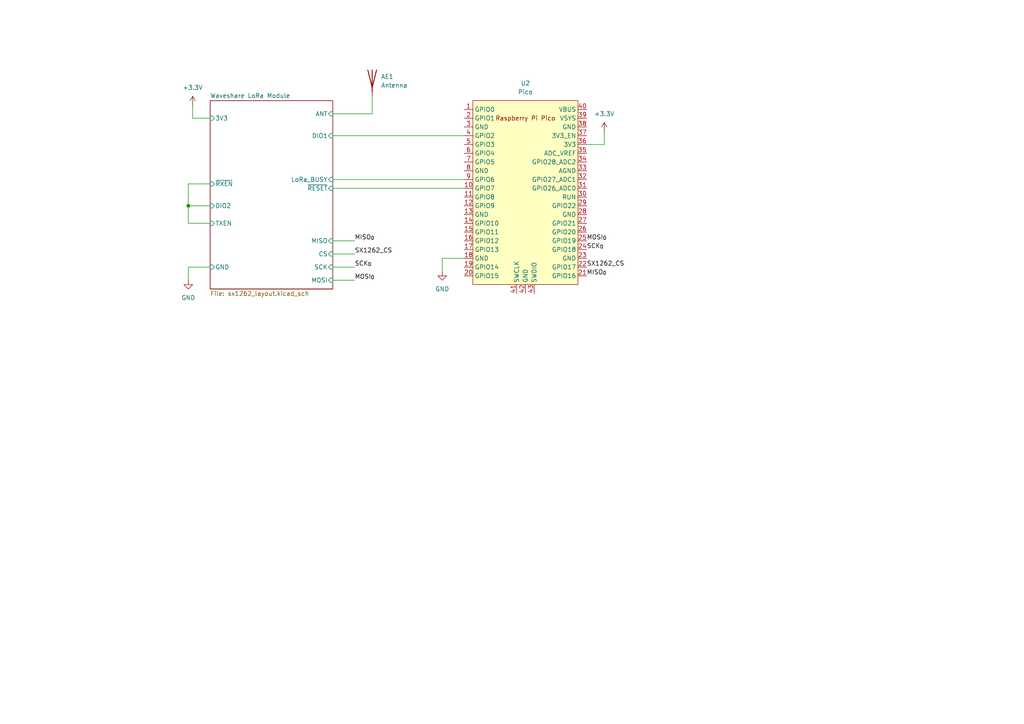
<source format=kicad_sch>
(kicad_sch (version 20250114) (generator "eeschema") (generator_version "9.0")
  (paper "A4")
  (lib_symbols
    (symbol "Device:Antenna" (pin_numbers (hide yes)) (pin_names (offset 1.016) (hide yes))
      (property "Reference" "AE" (at -1.905 1.905 0))
      (property "Value" "Antenna" (at -1.905 0 0))
      (symbol "Antenna_0_1"
        (polyline (pts (xy 0 2.54) (xy 0 -3.81)) (stroke (width 0.254)))
        (polyline (pts (xy 1.27 2.54) (xy 0 -2.54) (xy -1.27 2.54)) (stroke (width 0.254)))
      )
      (symbol "Antenna_1_1"
        (pin input line (at 0 -5.08 90) (length 2.54) (name "A") (number "1"))
      )
    )
    (symbol "MCU_RaspberryPi_and_Boards:Pico"
      (property "Reference" "U" (at -13.97 27.94 0))
      (property "Value" "Pico" (at 0 19.05 0))
      (symbol "Pico_0_0"
        (text "Raspberry Pi Pico" (at 0 21.59 0) (effects (font (size 1.27 1.27))))
      )
      (symbol "Pico_0_1"
        (rectangle (start -15.24 26.67) (end 15.24 -26.67) (fill (type background)))
      )
      (symbol "Pico_1_1"
        (pin bidirectional line (at -17.78 24.13 0) (length 2.54) (name "GPIO0") (number "1"))
        (pin bidirectional line (at -17.78 21.59 0) (length 2.54) (name "GPIO1") (number "2"))
        (pin power_in line (at -17.78 19.05 0) (length 2.54) (name "GND") (number "3"))
        (pin bidirectional line (at -17.78 16.51 0) (length 2.54) (name "GPIO2") (number "4"))
        (pin bidirectional line (at -17.78 13.97 0) (length 2.54) (name "GPIO3") (number "5"))
        (pin bidirectional line (at -17.78 11.43 0) (length 2.54) (name "GPIO4") (number "6"))
        (pin bidirectional line (at -17.78 8.89 0) (length 2.54) (name "GPIO5") (number "7"))
        (pin power_in line (at -17.78 6.35 0) (length 2.54) (name "GND") (number "8"))
        (pin bidirectional line (at -17.78 3.81 0) (length 2.54) (name "GPIO6") (number "9"))
        (pin bidirectional line (at -17.78 1.27 0) (length 2.54) (name "GPIO7") (number "10"))
        (pin bidirectional line (at -17.78 -1.27 0) (length 2.54) (name "GPIO8") (number "11"))
        (pin bidirectional line (at -17.78 -3.81 0) (length 2.54) (name "GPIO9") (number "12"))
        (pin power_in line (at -17.78 -6.35 0) (length 2.54) (name "GND") (number "13"))
        (pin bidirectional line (at -17.78 -8.89 0) (length 2.54) (name "GPIO10") (number "14"))
        (pin bidirectional line (at -17.78 -11.43 0) (length 2.54) (name "GPIO11") (number "15"))
        (pin bidirectional line (at -17.78 -13.97 0) (length 2.54) (name "GPIO12") (number "16"))
        (pin bidirectional line (at -17.78 -16.51 0) (length 2.54) (name "GPIO13") (number "17"))
        (pin power_in line (at -17.78 -19.05 0) (length 2.54) (name "GND") (number "18"))
        (pin bidirectional line (at -17.78 -21.59 0) (length 2.54) (name "GPIO14") (number "19"))
        (pin bidirectional line (at -17.78 -24.13 0) (length 2.54) (name "GPIO15") (number "20"))
        (pin input line (at -2.54 -29.21 90) (length 2.54) (name "SWCLK") (number "41"))
        (pin power_in line (at 0 -29.21 90) (length 2.54) (name "GND") (number "42"))
        (pin bidirectional line (at 2.54 -29.21 90) (length 2.54) (name "SWDIO") (number "43"))
        (pin power_in line (at 17.78 24.13 180) (length 2.54) (name "VBUS") (number "40"))
        (pin power_in line (at 17.78 21.59 180) (length 2.54) (name "VSYS") (number "39"))
        (pin bidirectional line (at 17.78 19.05 180) (length 2.54) (name "GND") (number "38"))
        (pin input line (at 17.78 16.51 180) (length 2.54) (name "3V3_EN") (number "37"))
        (pin power_in line (at 17.78 13.97 180) (length 2.54) (name "3V3") (number "36"))
        (pin power_in line (at 17.78 11.43 180) (length 2.54) (name "ADC_VREF") (number "35"))
        (pin bidirectional line (at 17.78 8.89 180) (length 2.54) (name "GPIO28_ADC2") (number "34"))
        (pin power_in line (at 17.78 6.35 180) (length 2.54) (name "AGND") (number "33"))
        (pin bidirectional line (at 17.78 3.81 180) (length 2.54) (name "GPIO27_ADC1") (number "32"))
        (pin bidirectional line (at 17.78 1.27 180) (length 2.54) (name "GPIO26_ADC0") (number "31"))
        (pin input line (at 17.78 -1.27 180) (length 2.54) (name "RUN") (number "30"))
        (pin bidirectional line (at 17.78 -3.81 180) (length 2.54) (name "GPIO22") (number "29"))
        (pin power_in line (at 17.78 -6.35 180) (length 2.54) (name "GND") (number "28"))
        (pin bidirectional line (at 17.78 -8.89 180) (length 2.54) (name "GPIO21") (number "27"))
        (pin bidirectional line (at 17.78 -11.43 180) (length 2.54) (name "GPIO20") (number "26"))
        (pin bidirectional line (at 17.78 -13.97 180) (length 2.54) (name "GPIO19") (number "25"))
        (pin bidirectional line (at 17.78 -16.51 180) (length 2.54) (name "GPIO18") (number "24"))
        (pin power_in line (at 17.78 -19.05 180) (length 2.54) (name "GND") (number "23"))
        (pin bidirectional line (at 17.78 -21.59 180) (length 2.54) (name "GPIO17") (number "22"))
        (pin bidirectional line (at 17.78 -24.13 180) (length 2.54) (name "GPIO16") (number "21"))
      )
    )
    (symbol "power:+3.3V" (power) (pin_numbers (hide yes)) (pin_names (offset 0) (hide yes))
      (property "Value" "+3.3V" (at 0 3.556 0))
      (symbol "+3.3V_0_1"
        (polyline (pts (xy -0.762 1.27) (xy 0 2.54)))
        (polyline (pts (xy 0 2.54) (xy 0.762 1.27)))
        (polyline (pts (xy 0 0) (xy 0 2.54)))
      )
      (symbol "+3.3V_1_1"
        (pin power_in line (at 0 0 90) (length 0) (name "~") (number "1"))
      )
    )
    (symbol "power:GND" (power) (pin_numbers (hide yes)) (pin_names (offset 0) (hide yes))
      (property "Value" "GND" (at 0 -3.81 0))
      (symbol "GND_0_1"
        (polyline (pts (xy 0 0) (xy 0 -1.27) (xy 1.27 -1.27) (xy 0 -2.54) (xy -1.27 -1.27) (xy 0 -1.27)))
      )
      (symbol "GND_1_1"
        (pin power_in line (at 0 0 270) (length 0) (name "~") (number "1"))
      )
    )
  )
  (junction (at 54.61 59.69))
  (wire (pts (xy 96.52 54.61) (xy 134.62 54.61)))
  (wire (pts (xy 128.27 74.93) (xy 134.62 74.93)))
  (wire (pts (xy 54.61 53.34) (xy 54.61 59.69)))
  (wire (pts (xy 102.87 69.85) (xy 96.52 69.85)))
  (wire (pts (xy 128.27 78.74) (xy 128.27 74.93)))
  (wire (pts (xy 60.96 53.34) (xy 54.61 53.34)))
  (wire (pts (xy 175.26 38.1) (xy 175.26 41.91)))
  (wire (pts (xy 102.87 73.66) (xy 96.52 73.66)))
  (wire (pts (xy 107.95 27.94) (xy 107.95 33.02)))
  (wire (pts (xy 55.88 34.29) (xy 60.96 34.29)))
  (wire (pts (xy 96.52 33.02) (xy 107.95 33.02)))
  (wire (pts (xy 102.87 77.47) (xy 96.52 77.47)))
  (wire (pts (xy 54.61 77.47) (xy 60.96 77.47)))
  (wire (pts (xy 54.61 81.28) (xy 54.61 77.47)))
  (wire (pts (xy 170.18 41.91) (xy 175.26 41.91)))
  (wire (pts (xy 96.52 39.37) (xy 134.62 39.37)))
  (wire (pts (xy 102.87 81.28) (xy 96.52 81.28)))
  (wire (pts (xy 54.61 64.77) (xy 54.61 59.69)))
  (wire (pts (xy 60.96 64.77) (xy 54.61 64.77)))
  (wire (pts (xy 96.52 52.07) (xy 134.62 52.07)))
  (wire (pts (xy 55.88 30.48) (xy 55.88 34.29)))
  (wire (pts (xy 54.61 59.69) (xy 60.96 59.69)))
  (label "SX1262_CS" (at 102.87 73.66 0))
  (label "SCK_{0}" (at 170.18 72.39 0))
  (label "MOSI_{0}" (at 102.87 81.28 0))
  (label "MISO_{0}" (at 170.18 80.01 0))
  (label "MOSI_{0}" (at 170.18 69.85 0))
  (label "SCK_{0}" (at 102.87 77.47 0))
  (label "MISO_{0}" (at 102.87 69.85 0))
  (label "SX1262_CS" (at 170.18 77.47 0))
  (symbol (lib_id "power:+3.3V") (at 175.26 38.1 0) (mirror y) (unit 1)
    (property "Reference" "#PWR02" (effects (hide yes)))
    (property "Value" "+3.3V" (at 175.26 33.02 0))
    (property "Description" "Power symbol creates a global label with name \"+3.3V\"" (effects (hide yes)))
  )
  (symbol (lib_id "power:+3.3V") (at 55.88 30.48 0) (unit 1)
    (property "Reference" "#PWR01" (effects (hide yes)))
    (property "Value" "+3.3V" (at 55.88 25.4 0))
    (property "Description" "Power symbol creates a global label with name \"+3.3V\"" (effects (hide yes)))
  )
  (symbol (lib_id "power:GND") (at 54.61 81.28 0) (unit 1)
    (property "Reference" "#PWR03" (effects (hide yes)))
    (property "Value" "GND" (at 54.61 86.36 0))
    (property "Description" "Power symbol creates a global label with name \"GND\" , ground" (effects (hide yes)))
  )
  (symbol (lib_id "Device:Antenna") (at 107.95 22.86 0) (unit 1)
    (property "Reference" "AE1" (at 110.49 22.2249 0) (effects (justify left)))
    (property "Value" "Antenna" (at 110.49 24.7649 0) (effects (justify left)))
    (property "Description" "Antenna" (effects (hide yes)))
  )
  (symbol (lib_id "MCU_RaspberryPi_and_Boards:Pico") (at 152.4 55.88 0) (unit 1)
    (property "Reference" "U2" (at 152.4 24.13 0))
    (property "Value" "Pico" (at 152.4 26.67 0))
    (property "Footprint" "RPi_Pico:RPi_Pico_SMD_TH" (effects (hide yes)))
  )
  (symbol (lib_id "power:GND") (at 128.27 78.74 0) (unit 1)
    (property "Reference" "#PWR04" (effects (hide yes)))
    (property "Value" "GND" (at 128.27 83.82 0))
    (property "Description" "Power symbol creates a global label with name \"GND\" , ground" (effects (hide yes)))
  )
  (sheet (at 60.96 29.21) (size 35.56 54.61) (stroke (width 0.1524))
    (property "Sheetname" "Waveshare LoRa Module" (at 60.96 28.4984 0) (effects (justify left bottom)))
    (property "Sheetfile" "sx1262_layout.kicad_sch" (at 60.96 84.4046 0) (effects (justify left top)))
    (pin "CS" input (at 96.52 73.66 0))
    (pin "LoRa_BUSY" input (at 96.52 52.07 0))
    (pin "MISO" input (at 96.52 69.85 0))
    (pin "MOSI" input (at 96.52 81.28 0))
    (pin "SCK" input (at 96.52 77.47 0))
    (pin "~{RESET}" input (at 96.52 54.61 0))
    (pin "~{RXEN}" input (at 60.96 53.34 180))
    (pin "3V3" input (at 60.96 34.29 180))
    (pin "ANT" input (at 96.52 33.02 0))
    (pin "DIO1" input (at 96.52 39.37 0))
    (pin "DIO2" input (at 60.96 59.69 180))
    (pin "GND" input (at 60.96 77.47 180))
    (pin "TXEN" input (at 60.96 64.77 180))
  )
)
</source>
